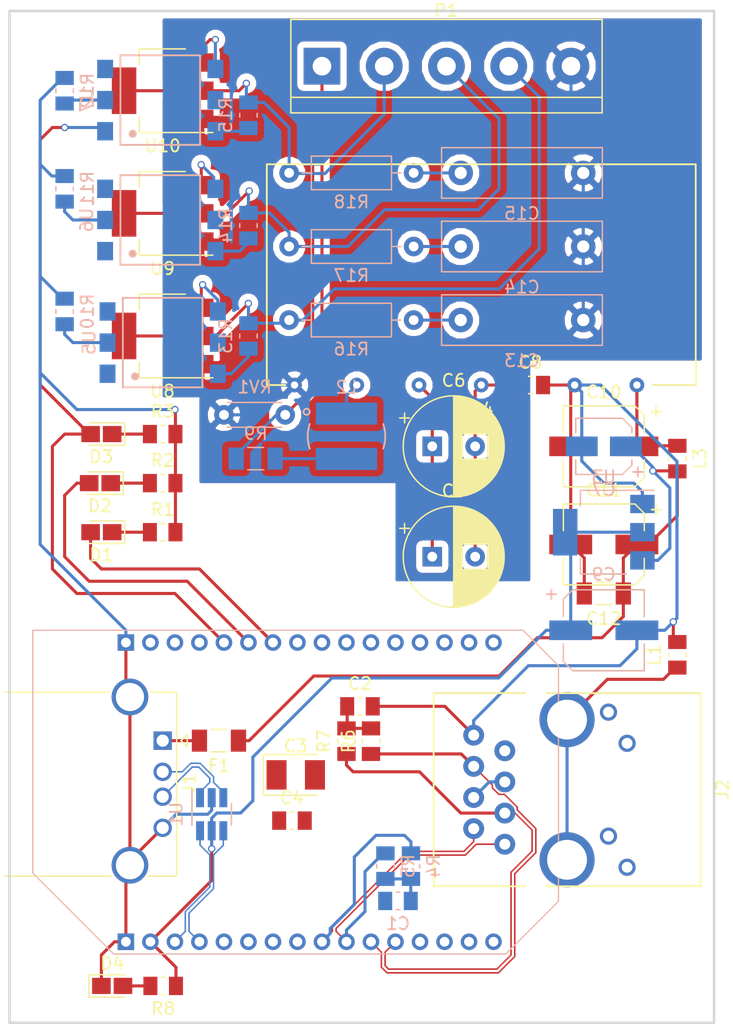
<source format=kicad_pcb>
(kicad_pcb (version 20171130) (host pcbnew no-vcs-found-104b606~61~ubuntu16.04.1)
  (layers (0 F.Cu signal) (31 B.Cu signal) (34 B.Paste user) (35 F.Paste user) (36 B.SilkS user) (37 F.SilkS user) (38 B.Mask user) (39 F.Mask user) (44 Edge.Cuts user))
  (net 0 "")
  (net 1 GND)
  (net 2 /RX+)
  (net 3 /RX-)
  (net 4 ETH_PWR)
  (net 5 /FuenteST/VO)
  (net 6 Nac)
  (net 7 "Net-(C13-Pad1)")
  (net 8 "Net-(C14-Pad1)")
  (net 9 CO)
  (net 10 VE)
  (net 11 Vac)
  (net 12 RE)
  (net 13 "Net-(U5-Pad4)")
  (net 14 "Net-(U6-Pad4)")
  (net 15 "Net-(U10-Pad3)")
  (net 16 "Net-(C5-Pad1)")
  (net 17 "Net-(C5-Pad2)")
  (net 18 +5V)
  (net 19 +3V3)
  (net 20 "Net-(C15-Pad1)")
  (net 21 "Net-(D1-Pad1)")
  (net 22 /OutTriac/Resistencia)
  (net 23 /OutTriac/Ventilador)
  (net 24 "Net-(D2-Pad1)")
  (net 25 "Net-(D3-Pad1)")
  (net 26 /OutTriac/Compresor)
  (net 27 "Net-(L2-Pad1)")
  (net 28 "Net-(L2-Pad2)")
  (net 29 "Net-(C2-Pad1)")
  (net 30 "Net-(R10-Pad1)")
  (net 31 "Net-(R11-Pad1)")
  (net 32 "Net-(R12-Pad1)")
  (net 33 "Net-(R13-Pad2)")
  (net 34 "Net-(R14-Pad2)")
  (net 35 "Net-(R15-Pad2)")
  (net 36 /TX+)
  (net 37 /TX-)
  (net 38 GNDREF)
  (net 39 /D-)
  (net 40 /D+)
  (net 41 /UD+)
  (net 42 /UD-)
  (net 43 "Net-(C1-Pad2)")
  (net 44 "Net-(D4-Pad2)")
  (net 45 "Net-(F1-Pad2)")
  (module Capacitor_SMD:C_1206_3216Metric_Pad1.24x1.80mm_HandSolder (layer F.Cu) (at 59.5925 82 180)
    (fp_text reference F1 (at 0 -2.05 180) (layer F.SilkS))
    (fp_text value 1.5A)
    (pad 1 smd rect (at -1.5925 0 180) (size 1.245 1.8) (layers F.Cu F.Paste F.Mask) (net 18 +5V))
    (pad 2 smd rect (at 1.5925 0 180) (size 1.245 1.8) (layers F.Cu F.Paste F.Mask) (net 45 "Net-(F1-Pad2)"))
  )
  (module Capacitor_THT:CP_Radial_D8.0mm_P3.50mm (layer F.Cu) (at 77 58)
    (fp_text reference C6 (at 1.75 -5.37) (layer F.SilkS))
    (fp_text value 4,7uF)
    (pad 1 thru_hole rect (at 0 0) (size 1.6 1.6) (drill 0.8) (layers *.Cu *.Mask) (net 16 "Net-(C5-Pad1)"))
    (pad 2 thru_hole circle (at 3.5 0) (size 1.6 1.6) (drill 0.8) (layers *.Cu *.Mask) (net 17 "Net-(C5-Pad2)"))
  )
  (module Capacitor_SMD:C_0805_2012Metric_Pad1.15x1.50mm_HandSolder (layer F.Cu) (at 85 53)
    (fp_text reference C8 (at 0 -1.85) (layer F.SilkS))
    (fp_text value 1nF)
    (pad 1 smd rect (at -1.0425 0) (size 1.145 1.5) (layers F.Cu F.Paste F.Mask) (net 17 "Net-(C5-Pad2)"))
    (pad 2 smd rect (at 1.0425 0) (size 1.145 1.5) (layers F.Cu F.Paste F.Mask) (net 1 GND))
  )
  (module Capacitor_SMD:CP_Elec_6.3x7.7 (layer F.Cu) (at 91 58 180)
    (fp_text reference C10 (at 0 4.43 180) (layer F.SilkS))
    (fp_text value 270uF)
    (fp_text user + (at -4.28 2.91 180) (layer F.SilkS))
    (pad 1 smd rect (at -2.7 0) (size 3.5 1.6) (layers F.Cu F.Paste F.Mask) (net 5 /FuenteST/VO))
    (pad 2 smd rect (at 2.7 0) (size 3.5 1.6) (layers F.Cu F.Paste F.Mask) (net 1 GND))
  )
  (module Capacitor_THT:C_Rect_L13.0mm_W4.0mm_P10.00mm_FKS3_FKP3_MKS4 (layer B.Cu) (at 79.321244 47.703214)
    (fp_text reference C13 (at 5 3.31) (layer B.SilkS) (effects (justify mirror)))
    (fp_text value 1nF)
    (pad 1 thru_hole circle (at 0 0) (size 2 2) (drill 1) (layers *.Cu *.Mask) (net 7 "Net-(C13-Pad1)"))
    (pad 2 thru_hole circle (at 10 0) (size 2 2) (drill 1) (layers *.Cu *.Mask) (net 6 Nac))
  )
  (module Capacitor_THT:C_Rect_L13.0mm_W4.0mm_P10.00mm_FKS3_FKP3_MKS4 (layer B.Cu) (at 79.321244 41.703214)
    (fp_text reference C14 (at 5 3.31) (layer B.SilkS) (effects (justify mirror)))
    (fp_text value 1nF)
    (pad 1 thru_hole circle (at 0 0) (size 2 2) (drill 1) (layers *.Cu *.Mask) (net 8 "Net-(C14-Pad1)"))
    (pad 2 thru_hole circle (at 10 0) (size 2 2) (drill 1) (layers *.Cu *.Mask) (net 6 Nac))
  )
  (module TerminalBlock:TerminalBlock_bornier-5_P5.08mm (layer F.Cu) (at 68 27)
    (fp_text reference P1 (at 10.15 -4.55) (layer F.SilkS))
    (fp_text value "POWER I/O")
    (pad 2 thru_hole circle (at 5.08 0) (size 3 3) (drill 1.52) (layers *.Cu *.Mask) (net 9 CO))
    (pad 3 thru_hole circle (at 10.16 0) (size 3 3) (drill 1.52) (layers *.Cu *.Mask) (net 12 RE))
    (pad 1 thru_hole rect (at 0 0) (size 3 3) (drill 1.52) (layers *.Cu *.Mask) (net 11 Vac))
    (pad 4 thru_hole circle (at 15.24 0) (size 3 3) (drill 1.52) (layers *.Cu *.Mask) (net 10 VE))
    (pad 5 thru_hole circle (at 20.32 0) (size 3 3) (drill 1.52) (layers *.Cu *.Mask) (net 6 Nac))
  )
  (module Resistor_SMD:R_0805_2012Metric_Pad1.15x1.50mm_HandSolder (layer F.Cu) (at 70 82.0425 90)
    (fp_text reference R7 (at 0 -1.85 90) (layer F.SilkS))
    (fp_text value 50R)
    (pad 2 smd rect (at 1.0425 0 90) (size 1.145 1.5) (layers F.Cu F.Paste F.Mask) (net 29 "Net-(C2-Pad1)"))
    (pad 1 smd rect (at -1.0425 0 90) (size 1.145 1.5) (layers F.Cu F.Paste F.Mask) (net 2 /RX+))
  )
  (module Resistor_SMD:R_0805_2012Metric_Pad1.15x1.50mm_HandSolder (layer F.Cu) (at 55.0425 102 180)
    (fp_text reference R8 (at 0 -1.85 180) (layer F.SilkS))
    (fp_text value 150R)
    (pad 1 smd rect (at -1.0425 0 180) (size 1.145 1.5) (layers F.Cu F.Paste F.Mask) (net 19 +3V3))
    (pad 2 smd rect (at 1.0425 0 180) (size 1.145 1.5) (layers F.Cu F.Paste F.Mask) (net 44 "Net-(D4-Pad2)"))
  )
  (module Resistor_SMD:R_0805_2012Metric_Pad1.15x1.50mm_HandSolder (layer B.Cu) (at 47 47 90)
    (fp_text reference R10 (at 0 1.85 90) (layer B.SilkS) (effects (justify mirror)))
    (fp_text value 330)
    (pad 1 smd rect (at -1.0425 0 90) (size 1.145 1.5) (layers B.Cu B.Paste B.Mask) (net 30 "Net-(R10-Pad1)"))
    (pad 2 smd rect (at 1.0425 0 90) (size 1.145 1.5) (layers B.Cu B.Paste B.Mask) (net 1 GND))
  )
  (module Resistor_SMD:R_0805_2012Metric_Pad1.15x1.50mm_HandSolder (layer B.Cu) (at 47 37 90)
    (fp_text reference R11 (at 0 1.85 90) (layer B.SilkS) (effects (justify mirror)))
    (fp_text value 330)
    (pad 1 smd rect (at -1.0425 0 90) (size 1.145 1.5) (layers B.Cu B.Paste B.Mask) (net 31 "Net-(R11-Pad1)"))
    (pad 2 smd rect (at 1.0425 0 90) (size 1.145 1.5) (layers B.Cu B.Paste B.Mask) (net 1 GND))
  )
  (module Resistor_SMD:R_0805_2012Metric_Pad1.15x1.50mm_HandSolder (layer B.Cu) (at 47 29 90)
    (fp_text reference R12 (at 0 1.85 90) (layer B.SilkS) (effects (justify mirror)))
    (fp_text value 330)
    (pad 2 smd rect (at 1.0425 0 90) (size 1.145 1.5) (layers B.Cu B.Paste B.Mask) (net 1 GND))
    (pad 1 smd rect (at -1.0425 0 90) (size 1.145 1.5) (layers B.Cu B.Paste B.Mask) (net 32 "Net-(R12-Pad1)"))
  )
  (module Capacitor_THT:C_Disc_D4.3mm_W1.9mm_P5.00mm (layer B.Cu) (at 65 55.43 180)
    (fp_text reference RV1 (at 2.5 2.26 180) (layer B.SilkS) (effects (justify mirror)))
    (fp_text value B72214S0351K101)
    (pad 1 thru_hole circle (at 0 0 180) (size 1.6 1.6) (drill 0.8) (layers *.Cu *.Mask) (net 11 Vac))
    (pad 2 thru_hole circle (at 5 0 180) (size 1.6 1.6) (drill 0.8) (layers *.Cu *.Mask) (net 6 Nac))
  )
  (module Devices_MSS:PBO-3-S5 (layer F.Cu) (at 81 53)
    (fp_text reference U4 (at 0 2) (layer F.SilkS))
    (fp_text value PBO-3-S5)
    (pad 1 thru_hole circle (at -15.24 0) (size 1.2 1.2) (drill 0.6) (layers *.Cu *.Mask) (net 6 Nac))
    (pad 3 thru_hole circle (at -10.16 0) (size 1.2 1.2) (drill 0.6) (layers *.Cu *.Mask) (net 28 "Net-(L2-Pad2)"))
    (pad 5 thru_hole circle (at -5.08 0) (size 1.2 1.2) (drill 0.6) (layers *.Cu *.Mask) (net 16 "Net-(C5-Pad1)"))
    (pad 7 thru_hole circle (at 0 0) (size 1.2 1.2) (drill 0.6) (layers *.Cu *.Mask) (net 17 "Net-(C5-Pad2)"))
    (pad 10 thru_hole circle (at 7.62 0) (size 1.2 1.2) (drill 0.6) (layers *.Cu *.Mask) (net 1 GND))
    (pad 12 thru_hole circle (at 12.7 0) (size 1.2 1.2) (drill 0.6) (layers *.Cu *.Mask) (net 5 /FuenteST/VO))
  )
  (module Devices_MSS:MOC306X (layer B.Cu) (at 55 49.54 90)
    (fp_text reference U5 (at 0 -6 90) (layer B.SilkS) (effects (justify mirror)))
    (fp_text value MOC3063S-TA1)
    (pad 6 smd rect (at -2.54 4.5 90) (size 1.5 1.3) (layers B.Cu B.Paste B.Mask) (net 33 "Net-(R13-Pad2)"))
    (pad 5 smd rect (at 0 4.5 90) (size 1.5 1.3) (layers B.Cu B.Paste B.Mask))
    (pad 4 smd rect (at 2.54 4.5 90) (size 1.5 1.3) (layers B.Cu B.Paste B.Mask) (net 13 "Net-(U5-Pad4)"))
    (pad 3 smd rect (at 2.54 -4.5 90) (size 1.5 1.3) (layers B.Cu B.Paste B.Mask))
    (pad 2 smd rect (at 0 -4.5 90) (size 1.5 1.3) (layers B.Cu B.Paste B.Mask) (net 30 "Net-(R10-Pad1)"))
    (pad 1 smd rect (at -2.54 -4.5 90) (size 1.5 1.3) (layers B.Cu B.Paste B.Mask) (net 23 /OutTriac/Ventilador))
  )
  (module Devices_MSS:MOC306X (layer B.Cu) (at 54.8025 39.54 90)
    (fp_text reference U6 (at 0 -6 90) (layer B.SilkS) (effects (justify mirror)))
    (fp_text value MOC3063S-TA1)
    (pad 1 smd rect (at -2.54 -4.5 90) (size 1.5 1.3) (layers B.Cu B.Paste B.Mask) (net 22 /OutTriac/Resistencia))
    (pad 2 smd rect (at 0 -4.5 90) (size 1.5 1.3) (layers B.Cu B.Paste B.Mask) (net 31 "Net-(R11-Pad1)"))
    (pad 3 smd rect (at 2.54 -4.5 90) (size 1.5 1.3) (layers B.Cu B.Paste B.Mask))
    (pad 4 smd rect (at 2.54 4.5 90) (size 1.5 1.3) (layers B.Cu B.Paste B.Mask) (net 14 "Net-(U6-Pad4)"))
    (pad 5 smd rect (at 0 4.5 90) (size 1.5 1.3) (layers B.Cu B.Paste B.Mask))
    (pad 6 smd rect (at -2.54 4.5 90) (size 1.5 1.3) (layers B.Cu B.Paste B.Mask) (net 34 "Net-(R14-Pad2)"))
  )
  (module Devices_MSS:MOC306X (layer B.Cu) (at 54.8025 29.764048 90)
    (fp_text reference U7 (at 0 -6 90) (layer B.SilkS) (effects (justify mirror)))
    (fp_text value MOC3063S-TA1)
    (pad 1 smd rect (at -2.54 -4.5 90) (size 1.5 1.3) (layers B.Cu B.Paste B.Mask) (net 26 /OutTriac/Compresor))
    (pad 2 smd rect (at 0 -4.5 90) (size 1.5 1.3) (layers B.Cu B.Paste B.Mask) (net 32 "Net-(R12-Pad1)"))
    (pad 3 smd rect (at 2.54 -4.5 90) (size 1.5 1.3) (layers B.Cu B.Paste B.Mask))
    (pad 4 smd rect (at 2.54 4.5 90) (size 1.5 1.3) (layers B.Cu B.Paste B.Mask) (net 15 "Net-(U10-Pad3)"))
    (pad 5 smd rect (at 0 4.5 90) (size 1.5 1.3) (layers B.Cu B.Paste B.Mask))
    (pad 6 smd rect (at -2.54 4.5 90) (size 1.5 1.3) (layers B.Cu B.Paste B.Mask) (net 35 "Net-(R15-Pad2)"))
  )
  (module Devices_MSS:SOT-223-Z01 (layer F.Cu) (at 55 49 180)
    (fp_text reference U8 (at 0 -4.5 180) (layer F.SilkS))
    (fp_text value "Z0103MN 5AA4")
    (pad 1 smd rect (at -3.15 -2.3 180) (size 2 1.5) (layers F.Cu F.Paste F.Mask) (net 6 Nac))
    (pad 3 smd rect (at -3.15 2.3 180) (size 2 1.5) (layers F.Cu F.Paste F.Mask) (net 13 "Net-(U5-Pad4)"))
    (pad 2 smd rect (at -3.15 0 180) (size 2 1.5) (layers F.Cu F.Paste F.Mask) (net 10 VE))
    (pad 2 smd rect (at 3.15 0 180) (size 2 3.8) (layers F.Cu F.Paste F.Mask) (net 10 VE))
  )
  (module Devices_MSS:SOT-223-Z01 (layer F.Cu) (at 55 39 180)
    (fp_text reference U9 (at 0 -4.5 180) (layer F.SilkS))
    (fp_text value "Z0103MN 5AA4")
    (pad 2 smd rect (at 3.15 0 180) (size 2 3.8) (layers F.Cu F.Paste F.Mask) (net 12 RE))
    (pad 2 smd rect (at -3.15 0 180) (size 2 1.5) (layers F.Cu F.Paste F.Mask) (net 12 RE))
    (pad 3 smd rect (at -3.15 2.3 180) (size 2 1.5) (layers F.Cu F.Paste F.Mask) (net 14 "Net-(U6-Pad4)"))
    (pad 1 smd rect (at -3.15 -2.3 180) (size 2 1.5) (layers F.Cu F.Paste F.Mask) (net 6 Nac))
  )
  (module Devices_MSS:SOT-223-Z01 (layer F.Cu) (at 55 29 180)
    (fp_text reference U10 (at 0 -4.5 180) (layer F.SilkS))
    (fp_text value "Z0103MN 5AA4")
    (pad 2 smd rect (at 3.15 0 180) (size 2 3.8) (layers F.Cu F.Paste F.Mask) (net 9 CO))
    (pad 2 smd rect (at -3.15 0 180) (size 2 1.5) (layers F.Cu F.Paste F.Mask) (net 9 CO))
    (pad 3 smd rect (at -3.15 2.3 180) (size 2 1.5) (layers F.Cu F.Paste F.Mask) (net 15 "Net-(U10-Pad3)"))
    (pad 1 smd rect (at -3.15 -2.3 180) (size 2 1.5) (layers F.Cu F.Paste F.Mask) (net 6 Nac))
  )
  (module Capacitor_Tantalum_SMD:CP_EIA-3528-12_Kemet-T_Pad1.63x2.40mm_HandSolder (layer F.Cu) (at 65.86 84.79)
    (fp_text reference C3 (at 0 -2.35) (layer F.SilkS))
    (fp_text value 47uF)
    (pad 1 smd rect (at -1.5675 0) (size 1.635 2.4) (layers F.Cu F.Paste F.Mask) (net 4 ETH_PWR))
    (pad 2 smd rect (at 1.5675 0) (size 1.635 2.4) (layers F.Cu F.Paste F.Mask) (net 1 GND))
  )
  (module Capacitor_THT:CP_Radial_D8.0mm_P3.50mm (layer F.Cu) (at 77 67)
    (fp_text reference C5 (at 1.75 -5.37) (layer F.SilkS))
    (fp_text value 4,7uF)
    (pad 1 thru_hole rect (at 0 0) (size 1.6 1.6) (drill 0.8) (layers *.Cu *.Mask) (net 16 "Net-(C5-Pad1)"))
    (pad 2 thru_hole circle (at 3.5 0) (size 1.6 1.6) (drill 0.8) (layers *.Cu *.Mask) (net 17 "Net-(C5-Pad2)"))
  )
  (module Capacitor_THT:C_Rect_L13.0mm_W4.0mm_P10.00mm_FKS3_FKP3_MKS4 (layer B.Cu) (at 79.321244 35.703214)
    (fp_text reference C15 (at 5 3.31) (layer B.SilkS) (effects (justify mirror)))
    (fp_text value 1nF)
    (pad 1 thru_hole circle (at 0 0) (size 2 2) (drill 1) (layers *.Cu *.Mask) (net 20 "Net-(C15-Pad1)"))
    (pad 2 thru_hole circle (at 10 0) (size 2 2) (drill 1) (layers *.Cu *.Mask) (net 6 Nac))
  )
  (module LED_SMD:LED_0805_2012Metric_Castellated (layer F.Cu) (at 50 65 180)
    (fp_text reference D1 (at 0 -1.85 180) (layer F.SilkS))
    (fp_text value LED)
    (pad 1 smd rect (at -0.88 0 180) (size 1.52 1.32) (layers F.Cu F.Paste F.Mask) (net 21 "Net-(D1-Pad1)"))
    (pad 2 smd rect (at 0.88 0 180) (size 1.52 1.32) (layers F.Cu F.Paste F.Mask) (net 22 /OutTriac/Resistencia))
  )
  (module LED_SMD:LED_0805_2012Metric_Castellated (layer F.Cu) (at 49.88 61 180)
    (fp_text reference D2 (at 0 -1.85 180) (layer F.SilkS))
    (fp_text value LED)
    (pad 2 smd rect (at 0.88 0 180) (size 1.52 1.32) (layers F.Cu F.Paste F.Mask) (net 23 /OutTriac/Ventilador))
    (pad 1 smd rect (at -0.88 0 180) (size 1.52 1.32) (layers F.Cu F.Paste F.Mask) (net 24 "Net-(D2-Pad1)"))
  )
  (module LED_SMD:LED_0805_2012Metric_Castellated (layer F.Cu) (at 50 57 180)
    (fp_text reference D3 (at 0 -1.85 180) (layer F.SilkS))
    (fp_text value LED)
    (pad 1 smd rect (at -0.88 0 180) (size 1.52 1.32) (layers F.Cu F.Paste F.Mask) (net 25 "Net-(D3-Pad1)"))
    (pad 2 smd rect (at 0.88 0 180) (size 1.52 1.32) (layers F.Cu F.Paste F.Mask) (net 26 /OutTriac/Compresor))
  )
  (module Inductor_SMD:L_0805_2012Metric_Pad1.15x1.50mm_HandSolder (layer F.Cu) (at 97 59 270)
    (fp_text reference L3 (at 0 -1.85 270) (layer F.SilkS))
    (fp_text value 74479776247)
    (pad 1 smd rect (at -1.0425 0 270) (size 1.145 1.5) (layers F.Cu F.Paste F.Mask) (net 5 /FuenteST/VO))
    (pad 2 smd rect (at 1.0425 0 270) (size 1.145 1.5) (layers F.Cu F.Paste F.Mask) (net 18 +5V))
  )
  (module Resistor_SMD:R_0805_2012Metric_Pad1.15x1.50mm_HandSolder (layer F.Cu) (at 55 65)
    (fp_text reference R1 (at 0 -1.85) (layer F.SilkS))
    (fp_text value 220)
    (pad 2 smd rect (at 1.0425 0) (size 1.145 1.5) (layers F.Cu F.Paste F.Mask) (net 1 GND))
    (pad 1 smd rect (at -1.0425 0) (size 1.145 1.5) (layers F.Cu F.Paste F.Mask) (net 21 "Net-(D1-Pad1)"))
  )
  (module Resistor_SMD:R_0805_2012Metric_Pad1.15x1.50mm_HandSolder (layer F.Cu) (at 55 61)
    (fp_text reference R2 (at 0 -1.85) (layer F.SilkS))
    (fp_text value 220)
    (pad 1 smd rect (at -1.0425 0) (size 1.145 1.5) (layers F.Cu F.Paste F.Mask) (net 24 "Net-(D2-Pad1)"))
    (pad 2 smd rect (at 1.0425 0) (size 1.145 1.5) (layers F.Cu F.Paste F.Mask) (net 1 GND))
  )
  (module Resistor_SMD:R_0805_2012Metric_Pad1.15x1.50mm_HandSolder (layer F.Cu) (at 55 57)
    (fp_text reference R3 (at 0 -1.85) (layer F.SilkS))
    (fp_text value 220)
    (pad 1 smd rect (at -1.0425 0) (size 1.145 1.5) (layers F.Cu F.Paste F.Mask) (net 25 "Net-(D3-Pad1)"))
    (pad 2 smd rect (at 1.0425 0) (size 1.145 1.5) (layers F.Cu F.Paste F.Mask) (net 1 GND))
  )
  (module Resistor_THT:R_Axial_DIN0207_L6.3mm_D2.5mm_P10.16mm_Horizontal (layer B.Cu) (at 65.321244 47.703214)
    (fp_text reference R16 (at 5.08 2.37) (layer B.SilkS) (effects (justify mirror)))
    (fp_text value 33)
    (pad 2 thru_hole oval (at 10.16 0) (size 1.6 1.6) (drill 0.8) (layers *.Cu *.Mask) (net 7 "Net-(C13-Pad1)"))
    (pad 1 thru_hole circle (at 0 0) (size 1.6 1.6) (drill 0.8) (layers *.Cu *.Mask) (net 10 VE))
  )
  (module Resistor_THT:R_Axial_DIN0207_L6.3mm_D2.5mm_P10.16mm_Horizontal (layer B.Cu) (at 65.321244 41.703214)
    (fp_text reference R17 (at 5.08 2.37) (layer B.SilkS) (effects (justify mirror)))
    (fp_text value 100)
    (pad 1 thru_hole circle (at 0 0) (size 1.6 1.6) (drill 0.8) (layers *.Cu *.Mask) (net 12 RE))
    (pad 2 thru_hole oval (at 10.16 0) (size 1.6 1.6) (drill 0.8) (layers *.Cu *.Mask) (net 8 "Net-(C14-Pad1)"))
  )
  (module Resistor_THT:R_Axial_DIN0207_L6.3mm_D2.5mm_P10.16mm_Horizontal (layer B.Cu) (at 65.321244 35.703214)
    (fp_text reference R18 (at 5.08 2.37) (layer B.SilkS) (effects (justify mirror)))
    (fp_text value 33)
    (pad 1 thru_hole circle (at 0 0) (size 1.6 1.6) (drill 0.8) (layers *.Cu *.Mask) (net 9 CO))
    (pad 2 thru_hole oval (at 10.16 0) (size 1.6 1.6) (drill 0.8) (layers *.Cu *.Mask) (net 20 "Net-(C15-Pad1)"))
  )
  (module Capacitor_SMD:CP_Elec_6.3x7.7 (layer F.Cu) (at 91 66 180)
    (fp_text reference C11 (at 0 4.43 180) (layer F.SilkS))
    (fp_text value 68uF)
    (fp_text user + (at -4.28 2.91 180) (layer F.SilkS))
    (pad 1 smd rect (at -2.7 0) (size 3.5 1.6) (layers F.Cu F.Paste F.Mask) (net 18 +5V))
    (pad 2 smd rect (at 2.7 0) (size 3.5 1.6) (layers F.Cu F.Paste F.Mask) (net 1 GND))
  )
  (module Capacitor_SMD:C_1206_3216Metric_Pad1.24x1.80mm_HandSolder (layer F.Cu) (at 91 70 180)
    (fp_text reference C12 (at 0 -2.05 180) (layer F.SilkS))
    (fp_text value 100nF)
    (pad 1 smd rect (at -1.5925 0 180) (size 1.245 1.8) (layers F.Cu F.Paste F.Mask) (net 18 +5V))
    (pad 2 smd rect (at 1.5925 0 180) (size 1.245 1.8) (layers F.Cu F.Paste F.Mask) (net 1 GND))
  )
  (module Inductor_SMD:L_0805_2012Metric_Pad1.15x1.50mm_HandSolder (layer F.Cu) (at 97 75 90)
    (fp_text reference L1 (at 0 -1.85 90) (layer F.SilkS))
    (fp_text value 220@100MHz)
    (pad 1 smd rect (at -1.0425 0 90) (size 1.145 1.5) (layers F.Cu F.Paste F.Mask) (net 38 GNDREF))
    (pad 2 smd rect (at 1.0425 0 90) (size 1.145 1.5) (layers F.Cu F.Paste F.Mask) (net 1 GND))
  )
  (module Devices_MSS:SDR0503-XXX (layer B.Cu) (at 70 57.18)
    (fp_text reference L2 (at 0 -4) (layer B.SilkS) (effects (justify mirror)))
    (fp_text value SDR0503-472JL)
    (pad 1 smd rect (at 0 1.85) (size 5 1.8) (layers B.Cu B.Paste B.Mask) (net 27 "Net-(L2-Pad1)"))
    (pad 2 smd rect (at 0 -1.85) (size 5 1.8) (layers B.Cu B.Paste B.Mask) (net 28 "Net-(L2-Pad2)"))
  )
  (module Resistor_SMD:R_1206_3216Metric_Pad1.24x1.80mm_HandSolder (layer B.Cu) (at 62.5925 59 180)
    (fp_text reference R9 (at 0 2.05 180) (layer B.SilkS) (effects (justify mirror)))
    (fp_text value 300k)
    (pad 1 smd rect (at -1.5925 0 180) (size 1.245 1.8) (layers B.Cu B.Paste B.Mask) (net 27 "Net-(L2-Pad1)"))
    (pad 2 smd rect (at 1.5925 0 180) (size 1.245 1.8) (layers B.Cu B.Paste B.Mask) (net 11 Vac))
  )
  (module Resistor_SMD:R_0805_2012Metric_Pad1.15x1.50mm_HandSolder (layer B.Cu) (at 62 49 270)
    (fp_text reference R13 (at 0 1.85 270) (layer B.SilkS) (effects (justify mirror)))
    (fp_text value 330)
    (pad 2 smd rect (at 1.0425 0 270) (size 1.145 1.5) (layers B.Cu B.Paste B.Mask) (net 33 "Net-(R13-Pad2)"))
    (pad 1 smd rect (at -1.0425 0 270) (size 1.145 1.5) (layers B.Cu B.Paste B.Mask) (net 10 VE))
  )
  (module Resistor_SMD:R_0805_2012Metric_Pad1.15x1.50mm_HandSolder (layer B.Cu) (at 62 40 270)
    (fp_text reference R14 (at 0 1.85 270) (layer B.SilkS) (effects (justify mirror)))
    (fp_text value 330)
    (pad 1 smd rect (at -1.0425 0 270) (size 1.145 1.5) (layers B.Cu B.Paste B.Mask) (net 12 RE))
    (pad 2 smd rect (at 1.0425 0 270) (size 1.145 1.5) (layers B.Cu B.Paste B.Mask) (net 34 "Net-(R14-Pad2)"))
  )
  (module Resistor_SMD:R_0805_2012Metric_Pad1.15x1.50mm_HandSolder (layer B.Cu) (at 62 31 270)
    (fp_text reference R15 (at 0 1.85 270) (layer B.SilkS) (effects (justify mirror)))
    (fp_text value 330)
    (pad 1 smd rect (at -1.0425 0 270) (size 1.145 1.5) (layers B.Cu B.Paste B.Mask) (net 9 CO))
    (pad 2 smd rect (at 1.0425 0 270) (size 1.145 1.5) (layers B.Cu B.Paste B.Mask) (net 35 "Net-(R15-Pad2)"))
  )
  (module Devices_MSS:OMEGA_2 (layer B.Cu) (at 52 74 270)
    (fp_text reference U2)
    (fp_text value OMEGA_2)
    (pad 17 thru_hole oval (at 24.4 -30 270) (size 1.35 1.35) (drill 0.8) (layers *.Cu *.Mask))
    (pad 18 thru_hole oval (at 24.4 -28 270) (size 1.35 1.35) (drill 0.8) (layers *.Cu *.Mask))
    (pad 19 thru_hole oval (at 24.4 -26 270) (size 1.35 1.35) (drill 0.8) (layers *.Cu *.Mask))
    (pad 20 thru_hole oval (at 24.4 -24 270) (size 1.35 1.35) (drill 0.8) (layers *.Cu *.Mask))
    (pad 21 thru_hole oval (at 24.4 -22 270) (size 1.35 1.35) (drill 0.8) (layers *.Cu *.Mask) (net 2 /RX+))
    (pad 22 thru_hole oval (at 24.4 -20 270) (size 1.35 1.35) (drill 0.8) (layers *.Cu *.Mask) (net 3 /RX-))
    (pad 23 thru_hole oval (at 24.4 -18 270) (size 1.35 1.35) (drill 0.8) (layers *.Cu *.Mask) (net 36 /TX+))
    (pad 24 thru_hole oval (at 24.4 -16 270) (size 1.35 1.35) (drill 0.8) (layers *.Cu *.Mask) (net 37 /TX-))
    (pad 25 thru_hole oval (at 24.4 -14 270) (size 1.35 1.35) (drill 0.8) (layers *.Cu *.Mask) (net 4 ETH_PWR))
    (pad 26 thru_hole oval (at 24.4 -12 270) (size 1.35 1.35) (drill 0.8) (layers *.Cu *.Mask))
    (pad 27 thru_hole oval (at 24.4 -10 270) (size 1.35 1.35) (drill 0.8) (layers *.Cu *.Mask))
    (pad 28 thru_hole oval (at 24.4 -8 270) (size 1.35 1.35) (drill 0.8) (layers *.Cu *.Mask))
    (pad 29 thru_hole oval (at 24.4 -6 270) (size 1.35 1.35) (drill 0.8) (layers *.Cu *.Mask) (net 39 /D-))
    (pad 30 thru_hole oval (at 24.4 -4 270) (size 1.35 1.35) (drill 0.8) (layers *.Cu *.Mask) (net 40 /D+))
    (pad 31 thru_hole oval (at 24.4 -2 270) (size 1.35 1.35) (drill 0.8) (layers *.Cu *.Mask) (net 19 +3V3))
    (pad 32 thru_hole rect (at 24.4 0 270) (size 1.35 1.35) (drill 0.8) (layers *.Cu *.Mask) (net 1 GND))
    (pad 1 thru_hole rect (at 0 0 270) (size 1.35 1.35) (drill 0.8) (layers *.Cu *.Mask) (net 1 GND))
    (pad 2 thru_hole oval (at 0 -2 270) (size 1.35 1.35) (drill 0.8) (layers *.Cu *.Mask))
    (pad 3 thru_hole oval (at 0 -4 270) (size 1.35 1.35) (drill 0.8) (layers *.Cu *.Mask))
    (pad 4 thru_hole oval (at 0 -6 270) (size 1.35 1.35) (drill 0.8) (layers *.Cu *.Mask))
    (pad 5 thru_hole oval (at 0 -8 270) (size 1.35 1.35) (drill 0.8) (layers *.Cu *.Mask) (net 26 /OutTriac/Compresor))
    (pad 6 thru_hole oval (at 0 -10 270) (size 1.35 1.35) (drill 0.8) (layers *.Cu *.Mask) (net 23 /OutTriac/Ventilador))
    (pad 7 thru_hole oval (at 0 -12 270) (size 1.35 1.35) (drill 0.8) (layers *.Cu *.Mask) (net 22 /OutTriac/Resistencia))
    (pad 8 thru_hole oval (at 0 -14 270) (size 1.35 1.35) (drill 0.8) (layers *.Cu *.Mask))
    (pad 9 thru_hole oval (at 0 -16 270) (size 1.35 1.35) (drill 0.8) (layers *.Cu *.Mask))
    (pad 10 thru_hole oval (at 0 -18 270) (size 1.35 1.35) (drill 0.8) (layers *.Cu *.Mask))
    (pad 11 thru_hole oval (at 0 -20 270) (size 1.35 1.35) (drill 0.8) (layers *.Cu *.Mask))
    (pad 12 thru_hole oval (at 0 -22 270) (size 1.35 1.35) (drill 0.8) (layers *.Cu *.Mask))
    (pad 13 thru_hole oval (at 0 -24 270) (size 1.35 1.35) (drill 0.8) (layers *.Cu *.Mask))
    (pad 14 thru_hole oval (at 0 -26 270) (size 1.35 1.35) (drill 0.8) (layers *.Cu *.Mask))
    (pad 15 thru_hole oval (at 0 -28 270) (size 1.35 1.35) (drill 0.8) (layers *.Cu *.Mask))
    (pad 16 thru_hole oval (at 0 -30 270) (size 1.35 1.35) (drill 0.8) (layers *.Cu *.Mask))
  )
  (module Devices_MSS:RJMG1B (layer F.Cu) (at 88 86 90)
    (fp_text reference J2 (at 0 12.7 90) (layer F.SilkS))
    (fp_text value RJMG1BD3B8K1ANR)
    (pad 1 thru_hole circle (at -4.445 -5.08 90) (size 1.7 1.7) (drill 0.9) (layers *.Cu *.Mask) (net 36 /TX+))
    (pad 2 thru_hole circle (at -3.175 -7.62 90) (size 1.7 1.7) (drill 0.9) (layers *.Cu *.Mask) (net 37 /TX-))
    (pad 3 thru_hole circle (at -1.905 -5.08 90) (size 1.7 1.7) (drill 0.9) (layers *.Cu *.Mask) (net 2 /RX+))
    (pad 4 thru_hole circle (at -0.635 -7.62 90) (size 1.7 1.7) (drill 0.9) (layers *.Cu *.Mask) (net 4 ETH_PWR))
    (pad 5 thru_hole circle (at 0.635 -5.08 90) (size 1.7 1.7) (drill 0.9) (layers *.Cu *.Mask) (net 4 ETH_PWR))
    (pad 6 thru_hole circle (at 1.905 -7.62 90) (size 1.7 1.7) (drill 0.9) (layers *.Cu *.Mask) (net 3 /RX-))
    (pad 7 thru_hole circle (at 3.175 -5.08 90) (size 1.7 1.7) (drill 0.9) (layers *.Cu *.Mask))
    (pad 8 thru_hole circle (at 4.445 -7.62 90) (size 1.7 1.7) (drill 0.9) (layers *.Cu *.Mask) (net 1 GND))
    (pad SH thru_hole circle (at -5.715 0 90) (size 4.5 4.5) (drill 3.25) (layers *.Cu *.Mask) (net 38 GNDREF))
    (pad SH thru_hole circle (at 5.715 0 90) (size 4.5 4.5) (drill 3.25) (layers *.Cu *.Mask) (net 38 GNDREF))
    (pad "" np_thru_hole circle (at 7.875 -2.54 90) (size 1.6 1.6) (drill 1.6) (layers *.Cu *.Mask))
    (pad "" np_thru_hole circle (at -7.875 -2.54 90) (size 1.6 1.6) (drill 1.6) (layers *.Cu *.Mask))
    (pad L1 thru_hole circle (at 6.325 3.38 90) (size 1.4 1.4) (drill 0.89) (layers *.Cu *.Mask))
    (pad L2 thru_hole circle (at 3.785 4.9 90) (size 1.4 1.4) (drill 0.89) (layers *.Cu *.Mask))
    (pad L3 thru_hole circle (at -3.785 3.38 90) (size 1.4 1.4) (drill 0.89) (layers *.Cu *.Mask))
    (pad L4 thru_hole circle (at -6.325 4.9 90) (size 1.4 1.4) (drill 0.89) (layers *.Cu *.Mask))
  )
  (module Package_TO_SOT_SMD:SOT-223 (layer B.Cu) (at 91 65 180)
    (fp_text reference U3 (at 0 4.5 180) (layer B.SilkS) (effects (justify mirror)))
    (fp_text value AP111733)
    (pad 4 smd rect (at 3.15 0 180) (size 2 3.8) (layers B.Cu B.Paste B.Mask) (net 19 +3V3))
    (pad 2 smd rect (at -3.15 0 180) (size 2 1.5) (layers B.Cu B.Paste B.Mask) (net 19 +3V3))
    (pad 3 smd rect (at -3.15 -2.3 180) (size 2 1.5) (layers B.Cu B.Paste B.Mask) (net 18 +5V))
    (pad 1 smd rect (at -3.15 2.3 180) (size 2 1.5) (layers B.Cu B.Paste B.Mask) (net 1 GND))
  )
  (module Package_TO_SOT_SMD:SOT-23-6_Handsoldering (layer B.Cu) (at 59 88 270)
    (fp_text reference U1 (at 0 2.9 270) (layer B.SilkS) (effects (justify mirror)))
    (fp_text value USBLC6-2)
    (pad 1 smd rect (at -1.35 0.95 270) (size 1.56 0.65) (layers B.Cu B.Paste B.Mask) (net 41 /UD+))
    (pad 2 smd rect (at -1.35 0 270) (size 1.56 0.65) (layers B.Cu B.Paste B.Mask) (net 1 GND))
    (pad 3 smd rect (at -1.35 -0.95 270) (size 1.56 0.65) (layers B.Cu B.Paste B.Mask) (net 42 /UD-))
    (pad 4 smd rect (at 1.35 -0.95 270) (size 1.56 0.65) (layers B.Cu B.Paste B.Mask) (net 39 /D-))
    (pad 6 smd rect (at 1.35 0.95 270) (size 1.56 0.65) (layers B.Cu B.Paste B.Mask) (net 40 /D+))
    (pad 5 smd rect (at 1.35 0 270) (size 1.56 0.65) (layers B.Cu B.Paste B.Mask) (net 19 +3V3))
  )
  (module Connector_USB:USB_A_Horizontal (layer F.Cu) (at 55 82 270)
    (fp_text reference J1 (at 3.5 -2.15 270) (layer F.SilkS))
    (fp_text value USB_A)
    (pad 4 thru_hole circle (at 7.11 0 180) (size 1.5 1.5) (drill 1) (layers *.Cu *.Mask) (net 1 GND))
    (pad 3 thru_hole circle (at 4.57 0 180) (size 1.5 1.5) (drill 1) (layers *.Cu *.Mask) (net 41 /UD+))
    (pad 2 thru_hole circle (at 2.54 0 180) (size 1.5 1.5) (drill 1) (layers *.Cu *.Mask) (net 42 /UD-))
    (pad 1 thru_hole rect (at 0 0 180) (size 1.5 1.5) (drill 1) (layers *.Cu *.Mask) (net 45 "Net-(F1-Pad2)"))
    (pad 5 thru_hole circle (at 10.16 2.67 180) (size 3 3) (drill 2.3) (layers *.Cu *.Mask) (net 1 GND))
    (pad 5 thru_hole circle (at -3.56 2.67 180) (size 3 3) (drill 2.3) (layers *.Cu *.Mask) (net 1 GND))
  )
  (module Resistor_SMD:R_0805_2012Metric_Pad1.15x1.50mm_HandSolder (layer B.Cu) (at 75.262516 92.233097 90)
    (fp_text reference R4 (at 0 1.85 90) (layer B.SilkS) (effects (justify mirror)))
    (fp_text value 50R)
    (pad 2 smd rect (at 1.0425 0 90) (size 1.145 1.5) (layers B.Cu B.Paste B.Mask) (net 37 /TX-))
    (pad 1 smd rect (at -1.0425 0 90) (size 1.145 1.5) (layers B.Cu B.Paste B.Mask) (net 43 "Net-(C1-Pad2)"))
  )
  (module Resistor_SMD:R_0805_2012Metric_Pad1.15x1.50mm_HandSolder (layer B.Cu) (at 73.177516 92.233097 90)
    (fp_text reference R5 (at 0 1.85 90) (layer B.SilkS) (effects (justify mirror)))
    (fp_text value 50R)
    (pad 1 smd rect (at -1.0425 0 90) (size 1.145 1.5) (layers B.Cu B.Paste B.Mask) (net 43 "Net-(C1-Pad2)"))
    (pad 2 smd rect (at 1.0425 0 90) (size 1.145 1.5) (layers B.Cu B.Paste B.Mask) (net 36 /TX+))
  )
  (module LED_SMD:LED_0805_2012Metric_Castellated (layer F.Cu) (at 50.88 102)
    (fp_text reference D4 (at 0 -1.85) (layer F.SilkS))
    (fp_text value PWR)
    (pad 1 smd rect (at -0.88 0) (size 1.52 1.32) (layers F.Cu F.Paste F.Mask) (net 1 GND))
    (pad 2 smd rect (at 0.88 0) (size 1.52 1.32) (layers F.Cu F.Paste F.Mask) (net 44 "Net-(D4-Pad2)"))
  )
  (module Capacitor_SMD:C_0805_2012Metric_Pad1.15x1.50mm_HandSolder (layer B.Cu) (at 74.202516 95.070597)
    (fp_text reference C1 (at 0 1.85) (layer B.SilkS) (effects (justify mirror)))
    (fp_text value 100nF)
    (pad 2 smd rect (at 1.0425 0) (size 1.145 1.5) (layers B.Cu B.Paste B.Mask) (net 43 "Net-(C1-Pad2)"))
    (pad 1 smd rect (at -1.0425 0) (size 1.145 1.5) (layers B.Cu B.Paste B.Mask) (net 1 GND))
  )
  (module Capacitor_SMD:C_0805_2012Metric_Pad1.15x1.50mm_HandSolder (layer F.Cu) (at 71.1 79.2)
    (fp_text reference C2 (at 0 -1.85) (layer F.SilkS))
    (fp_text value 100nF)
    (pad 1 smd rect (at -1.0425 0) (size 1.145 1.5) (layers F.Cu F.Paste F.Mask) (net 29 "Net-(C2-Pad1)"))
    (pad 2 smd rect (at 1.0425 0) (size 1.145 1.5) (layers F.Cu F.Paste F.Mask) (net 1 GND))
  )
  (module Capacitor_SMD:C_0805_2012Metric_Pad1.15x1.50mm_HandSolder (layer F.Cu) (at 65.55 88.52)
    (fp_text reference C4 (at 0 -1.85) (layer F.SilkS))
    (fp_text value 1nF)
    (pad 1 smd rect (at -1.0425 0) (size 1.145 1.5) (layers F.Cu F.Paste F.Mask) (net 4 ETH_PWR))
    (pad 2 smd rect (at 1.0425 0) (size 1.145 1.5) (layers F.Cu F.Paste F.Mask) (net 1 GND))
  )
  (module Resistor_SMD:R_0805_2012Metric_Pad1.15x1.50mm_HandSolder (layer F.Cu) (at 72 82.0425 90)
    (fp_text reference R6 (at 0 -1.85 90) (layer F.SilkS))
    (fp_text value 50R)
    (pad 1 smd rect (at -1.0425 0 90) (size 1.145 1.5) (layers F.Cu F.Paste F.Mask) (net 3 /RX-))
    (pad 2 smd rect (at 1.0425 0 90) (size 1.145 1.5) (layers F.Cu F.Paste F.Mask) (net 29 "Net-(C2-Pad1)"))
  )
  (module Capacitor_SMD:CP_Elec_4x5.3 (layer B.Cu) (at 91 58 180)
    (fp_text reference C7 (at 0 -3.54 180) (layer B.SilkS) (effects (justify mirror)))
    (fp_text value 10uF)
    (fp_text user + (at -2.77 -2.01 180) (layer B.SilkS) (effects (justify mirror)))
    (pad 1 smd rect (at -1.8 0) (size 2.6 1.6) (layers B.Cu B.Paste B.Mask) (net 18 +5V))
    (pad 2 smd rect (at 1.8 0) (size 2.6 1.6) (layers B.Cu B.Paste B.Mask) (net 1 GND))
  )
  (module Capacitor_SMD:CP_Elec_6.3x5.3 (layer B.Cu) (at 91 73)
    (fp_text reference C9 (at 0 -4.56) (layer B.SilkS) (effects (justify mirror)))
    (fp_text value 100uF)
    (fp_text user + (at -4.28 -3.01) (layer B.SilkS) (effects (justify mirror)))
    (pad 1 smd rect (at -2.7 0 180) (size 3.5 1.6) (layers B.Cu B.Paste B.Mask) (net 19 +3V3))
    (pad 2 smd rect (at 2.7 0 180) (size 3.5 1.6) (layers B.Cu B.Paste B.Mask) (net 1 GND))
  )
  (gr_line (start 42.5 22.5) (end 45 22.5) (layer Edge.Cuts) (width 0.2))
  (gr_line (start 42.5 105) (end 42.5 22.5) (layer Edge.Cuts) (width 0.2))
  (gr_line (start 45 105) (end 42.5 105) (layer Edge.Cuts) (width 0.2))
  (gr_line (start 100 105) (end 45 105) (layer Edge.Cuts) (width 0.2))
  (gr_line (start 100 22.5) (end 100 105) (layer Edge.Cuts) (width 0.2))
  (gr_line (start 45 22.5) (end 100 22.5) (layer Edge.Cuts) (width 0.2))
  (segment (start 52 73) (end 45 66) (width 0.25) (layer B.Cu) (net 1))
  (segment (start 45 66) (end 45 52) (width 0.25) (layer B.Cu) (net 1))
  (segment (start 52 74) (end 52 73) (width 0.25) (layer B.Cu) (net 1))
  (segment (start 48 55) (end 45 52) (width 0.25) (layer B.Cu) (net 1))
  (segment (start 45 52) (end 45 44.135) (width 0.25) (layer B.Cu) (net 1))
  (segment (start 56 55) (end 48 55) (width 0.25) (layer B.Cu) (net 1))
  (segment (start 56.0425 57) (end 56.0425 55.0425) (width 0.25) (layer F.Cu) (net 1))
  (segment (start 56.0425 55.0425) (end 56 55) (width 0.25) (layer F.Cu) (net 1))
  (via (at 56 55) (size 0.6) (drill 0.4) (layers F.Cu B.Cu) (net 1))
  (segment (start 45 44.135) (end 45 35) (width 0.25) (layer B.Cu) (net 1))
  (segment (start 47 45.9575) (end 46.8225 45.9575) (width 0.25) (layer B.Cu) (net 1))
  (segment (start 46.8225 45.9575) (end 45 44.135) (width 0.25) (layer B.Cu) (net 1))
  (segment (start 45 35) (end 45.9575 35.9575) (width 0.25) (layer B.Cu) (net 1))
  (segment (start 45.9575 35.9575) (end 47 35.9575) (width 0.25) (layer B.Cu) (net 1))
  (segment (start 45 29.78) (end 45 35) (width 0.25) (layer B.Cu) (net 1))
  (segment (start 47 27.9575) (end 46.8225 27.9575) (width 0.25) (layer B.Cu) (net 1))
  (segment (start 46.8225 27.9575) (end 45 29.78) (width 0.25) (layer B.Cu) (net 1))
  (segment (start 56.0425 61) (end 56.0425 65) (width 0.25) (layer F.Cu) (net 1))
  (segment (start 56.0425 57) (end 56.0425 61) (width 0.25) (layer F.Cu) (net 1))
  (segment (start 72.1425 79.2) (end 78.025 79.2) (width 0.25) (layer F.Cu) (net 1))
  (segment (start 78.025 79.2) (end 80.38 81.555) (width 0.25) (layer F.Cu) (net 1))
  (segment (start 96.969999 59.229999) (end 90.74 53) (width 0.25) (layer B.Cu) (net 1))
  (segment (start 90.74 53) (end 88.62 53) (width 0.25) (layer B.Cu) (net 1))
  (segment (start 96.67 72.31) (end 96.969999 72.010001) (width 0.25) (layer B.Cu) (net 1))
  (segment (start 96.969999 72.010001) (end 96.969999 59.229999) (width 0.25) (layer B.Cu) (net 1))
  (segment (start 84.842919 75.89) (end 92.32 75.89) (width 0.25) (layer B.Cu) (net 1))
  (segment (start 92.32 75.89) (end 93.7 74.51) (width 0.25) (layer B.Cu) (net 1))
  (segment (start 80.38 80.352919) (end 84.842919 75.89) (width 0.25) (layer B.Cu) (net 1))
  (segment (start 80.38 81.555) (end 80.38 80.352919) (width 0.25) (layer B.Cu) (net 1))
  (segment (start 93.7 74.51) (end 93.7 73) (width 0.25) (layer B.Cu) (net 1))
  (segment (start 96.67 72.31) (end 96.67 73.6275) (width 0.25) (layer F.Cu) (net 1))
  (segment (start 96.67 73.6275) (end 97 73.9575) (width 0.25) (layer F.Cu) (net 1))
  (segment (start 93.7 73) (end 95.98 73) (width 0.25) (layer B.Cu) (net 1))
  (segment (start 95.98 73) (end 96.67 72.31) (width 0.25) (layer B.Cu) (net 1))
  (via (at 96.67 72.31) (size 0.6) (drill 0.4) (layers F.Cu B.Cu) (net 1))
  (segment (start 91 61) (end 89.2 59.2) (width 0.25) (layer B.Cu) (net 1))
  (segment (start 89.2 59.2) (end 89.2 58) (width 0.25) (layer B.Cu) (net 1))
  (segment (start 93.45 61) (end 91 61) (width 0.25) (layer B.Cu) (net 1))
  (segment (start 94.15 62.7) (end 94.15 61.7) (width 0.25) (layer B.Cu) (net 1))
  (segment (start 94.15 61.7) (end 93.45 61) (width 0.25) (layer B.Cu) (net 1))
  (segment (start 89.2 58) (end 89.2 53.58) (width 0.25) (layer B.Cu) (net 1))
  (segment (start 89.2 53.58) (end 88.62 53) (width 0.25) (layer B.Cu) (net 1))
  (segment (start 89.4075 70) (end 89.4075 67.1075) (width 0.25) (layer F.Cu) (net 1))
  (segment (start 89.4075 67.1075) (end 88.3 66) (width 0.25) (layer F.Cu) (net 1))
  (segment (start 88.3 66) (end 88.3 58) (width 0.25) (layer F.Cu) (net 1))
  (segment (start 88.3 58) (end 88.3 53.32) (width 0.25) (layer F.Cu) (net 1))
  (segment (start 88.3 53.32) (end 88.62 53) (width 0.25) (layer F.Cu) (net 1))
  (segment (start 56.11 88) (end 58.68 88) (width 0.25) (layer B.Cu) (net 1))
  (segment (start 58.68 88) (end 59 87.68) (width 0.25) (layer B.Cu) (net 1))
  (segment (start 59 87.68) (end 59 86.65) (width 0.25) (layer B.Cu) (net 1))
  (segment (start 55 89.11) (end 56.11 88) (width 0.25) (layer B.Cu) (net 1))
  (segment (start 52 74) (end 52 78.11) (width 0.25) (layer F.Cu) (net 1))
  (segment (start 52 78.11) (end 52.33 78.44) (width 0.25) (layer F.Cu) (net 1))
  (segment (start 52.33 78.44) (end 52.33 92.16) (width 0.25) (layer F.Cu) (net 1))
  (segment (start 55 89.11) (end 52.33 91.78) (width 0.25) (layer F.Cu) (net 1))
  (segment (start 52.33 91.78) (end 52.33 92.16) (width 0.25) (layer F.Cu) (net 1))
  (segment (start 52 98.4) (end 52 92.49) (width 0.25) (layer F.Cu) (net 1))
  (segment (start 52 92.49) (end 52.33 92.16) (width 0.25) (layer F.Cu) (net 1))
  (segment (start 50 102) (end 50 99.475) (width 0.25) (layer F.Cu) (net 1))
  (segment (start 50 99.475) (end 51.075 98.4) (width 0.25) (layer F.Cu) (net 1))
  (segment (start 51.075 98.4) (end 52 98.4) (width 0.25) (layer F.Cu) (net 1))
  (segment (start 86.0425 53) (end 88.62 53) (width 0.25) (layer F.Cu) (net 1))
  (segment (start 70.54 84.54) (end 70 84) (width 0.25) (layer F.Cu) (net 2))
  (segment (start 70 84) (end 70 83.085) (width 0.25) (layer F.Cu) (net 2))
  (segment (start 75.96 84.54) (end 70.54 84.54) (width 0.25) (layer F.Cu) (net 2))
  (segment (start 79.325 87.905) (end 75.96 84.54) (width 0.25) (layer F.Cu) (net 2))
  (segment (start 82.92 87.905) (end 79.325 87.905) (width 0.25) (layer F.Cu) (net 2))
  (segment (start 85.1475 91.006832) (end 85.1475 89.293836) (width 0.125) (layer F.Cu) (net 2))
  (segment (start 85.1475 89.293836) (end 83.758664 87.905) (width 0.125) (layer F.Cu) (net 2))
  (segment (start 83.758664 87.905) (end 82.92 87.905) (width 0.125) (layer F.Cu) (net 2))
  (segment (start 83.4275 92.726832) (end 85.1475 91.006832) (width 0.125) (layer F.Cu) (net 2))
  (segment (start 83.4275 99.476832) (end 83.4275 92.726832) (width 0.125) (layer F.Cu) (net 2))
  (segment (start 82.276832 100.6275) (end 83.4275 99.476832) (width 0.125) (layer F.Cu) (net 2))
  (segment (start 73.433168 100.6275) (end 82.276832 100.6275) (width 0.125) (layer F.Cu) (net 2))
  (segment (start 73.1525 100.346832) (end 73.433168 100.6275) (width 0.125) (layer F.Cu) (net 2))
  (segment (start 74 98.4) (end 73.1525 99.2475) (width 0.125) (layer F.Cu) (net 2))
  (segment (start 73.1525 99.2475) (end 73.1525 100.346832) (width 0.125) (layer F.Cu) (net 2))
  (segment (start 72 83.085) (end 79.37 83.085) (width 0.25) (layer F.Cu) (net 3))
  (segment (start 79.37 83.085) (end 80.38 84.095) (width 0.25) (layer F.Cu) (net 3))
  (segment (start 81.907499 85.622499) (end 80.38 84.095) (width 0.125) (layer F.Cu) (net 3))
  (segment (start 85.4525 91.133168) (end 85.4525 89.1675) (width 0.125) (layer F.Cu) (net 3))
  (segment (start 81.907499 85.851001) (end 81.907499 85.622499) (width 0.125) (layer F.Cu) (net 3))
  (segment (start 82.433999 86.377501) (end 81.907499 85.851001) (width 0.125) (layer F.Cu) (net 3))
  (segment (start 82.891003 86.377501) (end 82.433999 86.377501) (width 0.125) (layer F.Cu) (net 3))
  (segment (start 85.4525 89.1675) (end 83.932501 87.647501) (width 0.125) (layer F.Cu) (net 3))
  (segment (start 83.932501 87.647501) (end 83.932501 87.418999) (width 0.125) (layer F.Cu) (net 3))
  (segment (start 83.932501 87.418999) (end 82.891003 86.377501) (width 0.125) (layer F.Cu) (net 3))
  (segment (start 83.7325 92.853168) (end 85.4525 91.133168) (width 0.125) (layer F.Cu) (net 3))
  (segment (start 83.7325 99.603168) (end 83.7325 92.853168) (width 0.125) (layer F.Cu) (net 3))
  (segment (start 82.403168 100.9325) (end 83.7325 99.603168) (width 0.125) (layer F.Cu) (net 3))
  (segment (start 73.306832 100.9325) (end 82.403168 100.9325) (width 0.125) (layer F.Cu) (net 3))
  (segment (start 72.8475 100.473168) (end 73.306832 100.9325) (width 0.125) (layer F.Cu) (net 3))
  (segment (start 72 98.4) (end 72.8475 99.2475) (width 0.125) (layer F.Cu) (net 3))
  (segment (start 72.8475 99.2475) (end 72.8475 100.473168) (width 0.125) (layer F.Cu) (net 3))
  (segment (start 80.38 86.635) (end 81.65 85.365) (width 0.25) (layer B.Cu) (net 4))
  (segment (start 81.65 85.365) (end 82.92 85.365) (width 0.25) (layer B.Cu) (net 4))
  (segment (start 93.7 53) (end 93.7 53.848528) (width 0.25) (layer F.Cu) (net 5))
  (segment (start 93.7 53.848528) (end 93.7 58) (width 0.25) (layer F.Cu) (net 5))
  (segment (start 97 57.9575) (end 93.7425 57.9575) (width 0.25) (layer F.Cu) (net 5))
  (segment (start 93.7425 57.9575) (end 93.7 58) (width 0.25) (layer F.Cu) (net 5))
  (segment (start 61.57 55.43) (end 64 53) (width 0.25) (layer B.Cu) (net 6))
  (segment (start 64 53) (end 65.76 53) (width 0.25) (layer B.Cu) (net 6))
  (segment (start 60 55.43) (end 61.57 55.43) (width 0.25) (layer B.Cu) (net 6))
  (segment (start 68 50) (end 87.024458 50) (width 0.25) (layer B.Cu) (net 6))
  (segment (start 87.024458 50) (end 89.321244 47.703214) (width 0.25) (layer B.Cu) (net 6))
  (segment (start 66.359999 51.640001) (end 68 50) (width 0.25) (layer B.Cu) (net 6))
  (segment (start 65.76 53) (end 66.359999 52.400001) (width 0.25) (layer B.Cu) (net 6))
  (segment (start 66.359999 52.400001) (end 66.359999 51.640001) (width 0.25) (layer B.Cu) (net 6))
  (segment (start 65.76 53) (end 64.06 51.3) (width 0.25) (layer F.Cu) (net 6))
  (segment (start 64.06 51.3) (end 58.15 51.3) (width 0.25) (layer F.Cu) (net 6))
  (segment (start 60.96 51.3) (end 63.24 49.02) (width 0.25) (layer F.Cu) (net 6))
  (segment (start 63.24 49.02) (end 63.24 40.54) (width 0.25) (layer F.Cu) (net 6))
  (segment (start 58.15 51.3) (end 60.96 51.3) (width 0.25) (layer F.Cu) (net 6))
  (segment (start 63.24 40.54) (end 62.48 41.3) (width 0.25) (layer F.Cu) (net 6))
  (segment (start 62.48 41.3) (end 58.15 41.3) (width 0.25) (layer F.Cu) (net 6))
  (segment (start 63.24 35.14) (end 63.24 40.54) (width 0.25) (layer F.Cu) (net 6))
  (segment (start 58.15 31.3) (end 59.4 31.3) (width 0.25) (layer F.Cu) (net 6))
  (segment (start 59.4 31.3) (end 63.24 35.14) (width 0.25) (layer F.Cu) (net 6))
  (segment (start 88.32 27) (end 88.32 34.70197) (width 0.25) (layer B.Cu) (net 6))
  (segment (start 88.32 34.70197) (end 89.321244 35.703214) (width 0.25) (layer B.Cu) (net 6))
  (segment (start 89.321244 41.703214) (end 89.321244 40.289001) (width 0.25) (layer B.Cu) (net 6))
  (segment (start 89.321244 40.289001) (end 89.321244 35.703214) (width 0.25) (layer B.Cu) (net 6))
  (segment (start 89.321244 47.703214) (end 89.321244 46.289001) (width 0.25) (layer B.Cu) (net 6))
  (segment (start 89.321244 46.289001) (end 89.321244 41.703214) (width 0.25) (layer B.Cu) (net 6))
  (segment (start 75.481244 47.703214) (end 79.321244 47.703214) (width 0.25) (layer B.Cu) (net 7))
  (segment (start 75.481244 41.703214) (end 79.321244 41.703214) (width 0.25) (layer B.Cu) (net 8))
  (segment (start 58.15 29) (end 56.9 29) (width 0.25) (layer F.Cu) (net 9))
  (segment (start 56.9 29) (end 51.85 29) (width 0.25) (layer F.Cu) (net 9))
  (segment (start 61.83 28.4) (end 61.83 29.7875) (width 0.25) (layer B.Cu) (net 9))
  (segment (start 61.83 29.7875) (end 62 29.9575) (width 0.25) (layer B.Cu) (net 9))
  (segment (start 58.15 29) (end 61.23 29) (width 0.25) (layer F.Cu) (net 9))
  (via (at 61.83 28.4) (size 0.6) (drill 0.4) (layers F.Cu B.Cu) (net 9))
  (segment (start 61.23 29) (end 61.83 28.4) (width 0.25) (layer F.Cu) (net 9))
  (segment (start 65.321244 35.703214) (end 65.321244 32.001244) (width 0.25) (layer B.Cu) (net 9))
  (segment (start 65.321244 32.001244) (end 63.2775 29.9575) (width 0.25) (layer B.Cu) (net 9))
  (segment (start 63.2775 29.9575) (end 62 29.9575) (width 0.25) (layer B.Cu) (net 9))
  (segment (start 65.321244 35.703214) (end 65.36803 35.75) (width 0.25) (layer B.Cu) (net 9))
  (segment (start 65.36803 35.75) (end 68.25 35.75) (width 0.25) (layer B.Cu) (net 9))
  (segment (start 68.25 35.75) (end 73.08 30.92) (width 0.25) (layer B.Cu) (net 9))
  (segment (start 73.08 30.92) (end 73.08 27) (width 0.25) (layer B.Cu) (net 9))
  (segment (start 61.99 46.35) (end 59.34 49) (width 0.25) (layer F.Cu) (net 10))
  (segment (start 59.34 49) (end 58.15 49) (width 0.25) (layer F.Cu) (net 10))
  (segment (start 62 47.9575) (end 62 46.36) (width 0.25) (layer B.Cu) (net 10))
  (segment (start 62 46.36) (end 61.99 46.35) (width 0.25) (layer B.Cu) (net 10))
  (via (at 61.99 46.35) (size 0.6) (drill 0.4) (layers F.Cu B.Cu) (net 10))
  (segment (start 58.15 49) (end 51.85 49) (width 0.25) (layer F.Cu) (net 10))
  (segment (start 82.47 45.16) (end 85.73 41.9) (width 0.25) (layer B.Cu) (net 10))
  (segment (start 65.321244 47.703214) (end 66.452614 47.703214) (width 0.25) (layer B.Cu) (net 10))
  (segment (start 68.995828 45.16) (end 82.47 45.16) (width 0.25) (layer B.Cu) (net 10))
  (segment (start 66.452614 47.703214) (end 68.995828 45.16) (width 0.25) (layer B.Cu) (net 10))
  (segment (start 85.73 41.9) (end 85.73 29.49) (width 0.25) (layer B.Cu) (net 10))
  (segment (start 85.73 29.49) (end 83.24 27) (width 0.25) (layer B.Cu) (net 10))
  (segment (start 62 47.9575) (end 65.066958 47.9575) (width 0.25) (layer B.Cu) (net 10))
  (segment (start 65.066958 47.9575) (end 65.321244 47.703214) (width 0.25) (layer B.Cu) (net 10))
  (segment (start 68 52.43) (end 68 27) (width 0.25) (layer F.Cu) (net 11))
  (segment (start 65 55.43) (end 68 52.43) (width 0.25) (layer F.Cu) (net 11))
  (segment (start 61 59) (end 61 58.7225) (width 0.25) (layer B.Cu) (net 11))
  (segment (start 61 58.7225) (end 64.2925 55.43) (width 0.25) (layer B.Cu) (net 11))
  (segment (start 64.2925 55.43) (end 65 55.43) (width 0.25) (layer B.Cu) (net 11))
  (segment (start 58.15 39) (end 56.9 39) (width 0.25) (layer F.Cu) (net 12))
  (segment (start 56.9 39) (end 51.85 39) (width 0.25) (layer F.Cu) (net 12))
  (segment (start 62.06 37.18) (end 60.2 39.04) (width 0.25) (layer F.Cu) (net 12))
  (segment (start 60.2 39.04) (end 58.19 39.04) (width 0.25) (layer F.Cu) (net 12))
  (segment (start 58.19 39.04) (end 58.15 39) (width 0.25) (layer F.Cu) (net 12))
  (segment (start 62 38.9575) (end 62 37.24) (width 0.25) (layer B.Cu) (net 12))
  (segment (start 62 37.24) (end 62.06 37.18) (width 0.25) (layer B.Cu) (net 12))
  (via (at 62.06 37.18) (size 0.6) (drill 0.4) (layers F.Cu B.Cu) (net 12))
  (segment (start 65.321244 41.703214) (end 65.321244 40.571844) (width 0.25) (layer B.Cu) (net 12))
  (segment (start 65.321244 40.571844) (end 63.7069 38.9575) (width 0.25) (layer B.Cu) (net 12))
  (segment (start 63.7069 38.9575) (end 63 38.9575) (width 0.25) (layer B.Cu) (net 12))
  (segment (start 63 38.9575) (end 62 38.9575) (width 0.25) (layer B.Cu) (net 12))
  (segment (start 80.76 38.7) (end 82.45 37.01) (width 0.25) (layer B.Cu) (net 12))
  (segment (start 82.45 31.29) (end 78.16 27) (width 0.25) (layer B.Cu) (net 12))
  (segment (start 70.116786 41.703214) (end 73.12 38.7) (width 0.25) (layer B.Cu) (net 12))
  (segment (start 65.321244 41.703214) (end 70.116786 41.703214) (width 0.25) (layer B.Cu) (net 12))
  (segment (start 73.12 38.7) (end 80.76 38.7) (width 0.25) (layer B.Cu) (net 12))
  (segment (start 82.45 37.01) (end 82.45 31.29) (width 0.25) (layer B.Cu) (net 12))
  (segment (start 58.26 44.82) (end 59.5 46.06) (width 0.25) (layer B.Cu) (net 13))
  (segment (start 59.5 46.06) (end 59.5 47) (width 0.25) (layer B.Cu) (net 13))
  (segment (start 58.15 46.7) (end 58.15 44.93) (width 0.25) (layer F.Cu) (net 13))
  (segment (start 58.15 44.93) (end 58.26 44.82) (width 0.25) (layer F.Cu) (net 13))
  (via (at 58.26 44.82) (size 0.6) (drill 0.4) (layers F.Cu B.Cu) (net 13))
  (segment (start 59.16 36.05) (end 59.16 36.8575) (width 0.25) (layer B.Cu) (net 14))
  (segment (start 59.16 36.8575) (end 59.3025 37) (width 0.25) (layer B.Cu) (net 14))
  (segment (start 58.14 35.03) (end 59.16 36.05) (width 0.25) (layer B.Cu) (net 14))
  (segment (start 58.15 36.7) (end 58.15 35.04) (width 0.25) (layer F.Cu) (net 14))
  (segment (start 58.15 35.04) (end 58.14 35.03) (width 0.25) (layer F.Cu) (net 14))
  (via (at 58.14 35.03) (size 0.6) (drill 0.4) (layers F.Cu B.Cu) (net 14))
  (segment (start 59.3 24.83) (end 58.875736 24.83) (width 0.25) (layer F.Cu) (net 15))
  (segment (start 58.875736 24.83) (end 58.15 25.555736) (width 0.25) (layer F.Cu) (net 15))
  (segment (start 58.15 25.555736) (end 58.15 25.7) (width 0.25) (layer F.Cu) (net 15))
  (segment (start 58.15 25.7) (end 58.15 26.7) (width 0.25) (layer F.Cu) (net 15))
  (segment (start 59.3025 27.224048) (end 59.3025 24.8325) (width 0.25) (layer B.Cu) (net 15))
  (segment (start 59.3025 24.8325) (end 59.3 24.83) (width 0.25) (layer B.Cu) (net 15))
  (via (at 59.3 24.83) (size 0.6) (drill 0.4) (layers F.Cu B.Cu) (net 15))
  (segment (start 77 58) (end 77 54.08) (width 0.25) (layer F.Cu) (net 16))
  (segment (start 77 54.08) (end 75.92 53) (width 0.25) (layer F.Cu) (net 16))
  (segment (start 77 67) (end 77 58) (width 0.25) (layer F.Cu) (net 16))
  (segment (start 83.9575 53) (end 81 53) (width 0.25) (layer F.Cu) (net 17))
  (segment (start 80.5 67) (end 80.5 58) (width 0.25) (layer F.Cu) (net 17))
  (segment (start 80.5 58) (end 80.5 53.5) (width 0.25) (layer F.Cu) (net 17))
  (segment (start 80.5 53.5) (end 81 53) (width 0.25) (layer F.Cu) (net 17))
  (segment (start 90.86 73.61) (end 92.5925 71.8775) (width 0.25) (layer F.Cu) (net 18))
  (segment (start 92.5925 71.8775) (end 92.5925 70) (width 0.25) (layer F.Cu) (net 18))
  (segment (start 85.57 73.61) (end 90.86 73.61) (width 0.25) (layer F.Cu) (net 18))
  (segment (start 82.45 76.73) (end 85.57 73.61) (width 0.25) (layer F.Cu) (net 18))
  (segment (start 67.3275 76.73) (end 82.45 76.73) (width 0.25) (layer F.Cu) (net 18))
  (segment (start 61.185 82) (end 62.0575 82) (width 0.25) (layer F.Cu) (net 18))
  (segment (start 62.0575 82) (end 67.3275 76.73) (width 0.25) (layer F.Cu) (net 18))
  (segment (start 96.39 66.31) (end 96.39 61.39) (width 0.25) (layer B.Cu) (net 18))
  (segment (start 96.39 61.39) (end 95 60) (width 0.25) (layer B.Cu) (net 18))
  (segment (start 94.15 67.3) (end 95.4 67.3) (width 0.25) (layer B.Cu) (net 18))
  (segment (start 95.4 67.3) (end 96.39 66.31) (width 0.25) (layer B.Cu) (net 18))
  (segment (start 95 60) (end 96.9575 60) (width 0.25) (layer F.Cu) (net 18))
  (segment (start 96.9575 60) (end 97 60.0425) (width 0.25) (layer F.Cu) (net 18))
  (segment (start 92.8 58) (end 93.3 58) (width 0.25) (layer B.Cu) (net 18))
  (via (at 95 60) (size 0.6) (drill 0.4) (layers F.Cu B.Cu) (net 18))
  (segment (start 93.3 58) (end 95 59.7) (width 0.25) (layer B.Cu) (net 18))
  (segment (start 95 59.7) (end 95 60) (width 0.25) (layer B.Cu) (net 18))
  (segment (start 97 60.0425) (end 97 63.65) (width 0.25) (layer F.Cu) (net 18))
  (segment (start 97 63.65) (end 94.65 66) (width 0.25) (layer F.Cu) (net 18))
  (segment (start 94.65 66) (end 93.7 66) (width 0.25) (layer F.Cu) (net 18))
  (segment (start 92.5925 70) (end 92.5925 67.1075) (width 0.25) (layer F.Cu) (net 18))
  (segment (start 92.5925 67.1075) (end 93.7 66) (width 0.25) (layer F.Cu) (net 18))
  (segment (start 59.42 87.9) (end 59 88.32) (width 0.25) (layer B.Cu) (net 19))
  (segment (start 59 88.32) (end 59 89.35) (width 0.25) (layer B.Cu) (net 19))
  (segment (start 61.36 87.9) (end 59.42 87.9) (width 0.25) (layer B.Cu) (net 19))
  (segment (start 62.36 86.9) (end 61.36 87.9) (width 0.25) (layer B.Cu) (net 19))
  (segment (start 62.36 83.34) (end 62.36 86.9) (width 0.25) (layer B.Cu) (net 19))
  (segment (start 68.81 76.89) (end 62.36 83.34) (width 0.25) (layer B.Cu) (net 19))
  (segment (start 82.41 76.89) (end 68.81 76.89) (width 0.25) (layer B.Cu) (net 19))
  (segment (start 88.3 73) (end 86.3 73) (width 0.25) (layer B.Cu) (net 19))
  (segment (start 86.3 73) (end 82.41 76.89) (width 0.25) (layer B.Cu) (net 19))
  (segment (start 88.3 73) (end 88.3 65.45) (width 0.25) (layer B.Cu) (net 19))
  (segment (start 88.3 65.45) (end 87.85 65) (width 0.25) (layer B.Cu) (net 19))
  (segment (start 94.15 65) (end 92.9 65) (width 0.25) (layer B.Cu) (net 19))
  (segment (start 92.9 65) (end 87.85 65) (width 0.25) (layer B.Cu) (net 19))
  (segment (start 58.999999 93.400001) (end 58.999999 91.240176) (width 0.25) (layer F.Cu) (net 19))
  (segment (start 59 89.35) (end 58.999999 90.391648) (width 0.25) (layer B.Cu) (net 19))
  (via (at 58.999999 90.815912) (size 0.6) (drill 0.4) (layers F.Cu B.Cu) (net 19))
  (segment (start 58.999999 91.240176) (end 58.999999 90.815912) (width 0.25) (layer F.Cu) (net 19))
  (segment (start 58.999999 90.391648) (end 58.999999 90.815912) (width 0.25) (layer B.Cu) (net 19))
  (segment (start 54 98.4) (end 58.999999 93.400001) (width 0.25) (layer F.Cu) (net 19))
  (segment (start 56.085 102) (end 56.085 100.485) (width 0.25) (layer F.Cu) (net 19))
  (segment (start 56.085 100.485) (end 54 98.4) (width 0.25) (layer F.Cu) (net 19))
  (segment (start 75.481244 35.703214) (end 79.321244 35.703214) (width 0.25) (layer B.Cu) (net 20))
  (segment (start 53.9575 65) (end 50.88 65) (width 0.25) (layer F.Cu) (net 21))
  (segment (start 50 68) (end 49.12 67.12) (width 0.25) (layer F.Cu) (net 22))
  (segment (start 49.12 67.12) (end 49.12 65) (width 0.25) (layer F.Cu) (net 22))
  (segment (start 58 68) (end 50 68) (width 0.25) (layer F.Cu) (net 22))
  (segment (start 64 74) (end 58 68) (width 0.25) (layer F.Cu) (net 22))
  (segment (start 48 61) (end 49 61) (width 0.25) (layer F.Cu) (net 23))
  (segment (start 47 62) (end 48 61) (width 0.25) (layer F.Cu) (net 23))
  (segment (start 47 67) (end 47 62) (width 0.25) (layer F.Cu) (net 23))
  (segment (start 49 69) (end 47 67) (width 0.25) (layer F.Cu) (net 23))
  (segment (start 57 69) (end 49 69) (width 0.25) (layer F.Cu) (net 23))
  (segment (start 62 74) (end 57 69) (width 0.25) (layer F.Cu) (net 23))
  (segment (start 50.76 61) (end 53.9575 61) (width 0.25) (layer F.Cu) (net 24))
  (segment (start 50.88 57) (end 53.9575 57) (width 0.25) (layer F.Cu) (net 25))
  (segment (start 46 58) (end 47 57) (width 0.25) (layer F.Cu) (net 26))
  (segment (start 47 57) (end 49.12 57) (width 0.25) (layer F.Cu) (net 26))
  (segment (start 46 68) (end 46 58) (width 0.25) (layer F.Cu) (net 26))
  (segment (start 48 70) (end 46 68) (width 0.25) (layer F.Cu) (net 26))
  (segment (start 56 70) (end 48 70) (width 0.25) (layer F.Cu) (net 26))
  (segment (start 60 74) (end 56 70) (width 0.25) (layer F.Cu) (net 26))
  (segment (start 47 32) (end 49.998452 32) (width 0.25) (layer B.Cu) (net 26))
  (segment (start 49.998452 32) (end 50.3025 32.304048) (width 0.25) (layer B.Cu) (net 26))
  (segment (start 45 33) (end 46 32) (width 0.25) (layer F.Cu) (net 26))
  (segment (start 46 32) (end 47 32) (width 0.25) (layer F.Cu) (net 26))
  (via (at 47 32) (size 0.6) (drill 0.4) (layers F.Cu B.Cu) (net 26))
  (segment (start 45 52.98) (end 45 33) (width 0.25) (layer F.Cu) (net 26))
  (segment (start 49.12 57) (end 49.02 57) (width 0.25) (layer F.Cu) (net 26))
  (segment (start 49.02 57) (end 45 52.98) (width 0.25) (layer F.Cu) (net 26))
  (segment (start 64.185 59) (end 69.97 59) (width 0.25) (layer B.Cu) (net 27))
  (segment (start 69.97 59) (end 70 59.03) (width 0.25) (layer B.Cu) (net 27))
  (segment (start 70 55.33) (end 70 53.84) (width 0.25) (layer B.Cu) (net 28))
  (segment (start 70 53.84) (end 70.84 53) (width 0.25) (layer B.Cu) (net 28))
  (segment (start 70 81) (end 72 81) (width 0.25) (layer F.Cu) (net 29))
  (segment (start 70.0575 79.2) (end 70.0575 80.9425) (width 0.25) (layer F.Cu) (net 29))
  (segment (start 70.0575 80.9425) (end 70 81) (width 0.25) (layer F.Cu) (net 29))
  (segment (start 70 79.2575) (end 70.0575 79.2) (width 0.25) (layer F.Cu) (net 29))
  (segment (start 50.5 49.54) (end 47.675 49.54) (width 0.25) (layer B.Cu) (net 30))
  (segment (start 47.675 49.54) (end 47 48.865) (width 0.25) (layer B.Cu) (net 30))
  (segment (start 47 48.865) (end 47 48.0425) (width 0.25) (layer B.Cu) (net 30))
  (segment (start 50.3025 39.54) (end 47.675 39.54) (width 0.25) (layer B.Cu) (net 31))
  (segment (start 47.675 39.54) (end 47 38.865) (width 0.25) (layer B.Cu) (net 31))
  (segment (start 47 38.865) (end 47 38.0425) (width 0.25) (layer B.Cu) (net 31))
  (segment (start 50.3025 29.764048) (end 47.278452 29.764048) (width 0.25) (layer B.Cu) (net 32))
  (segment (start 47.278452 29.764048) (end 47 30.0425) (width 0.25) (layer B.Cu) (net 32))
  (segment (start 59.5 52.08) (end 60.6 52.08) (width 0.25) (layer B.Cu) (net 33))
  (segment (start 60.6 52.08) (end 62 50.68) (width 0.25) (layer B.Cu) (net 33))
  (segment (start 62 50.68) (end 62 50.0425) (width 0.25) (layer B.Cu) (net 33))
  (segment (start 59.3025 42.08) (end 61.28 42.08) (width 0.25) (layer B.Cu) (net 34))
  (segment (start 61.28 42.08) (end 62 41.36) (width 0.25) (layer B.Cu) (net 34))
  (segment (start 62 41.36) (end 62 41.0425) (width 0.25) (layer B.Cu) (net 34))
  (segment (start 59.3025 32.304048) (end 61.738452 32.304048) (width 0.25) (layer B.Cu) (net 35))
  (segment (start 61.738452 32.304048) (end 62 32.0425) (width 0.25) (layer B.Cu) (net 35))
  (segment (start 71.51 95.935406) (end 71.51 92.680613) (width 0.25) (layer B.Cu) (net 36))
  (segment (start 71.51 92.680613) (end 73.000016 91.190597) (width 0.25) (layer B.Cu) (net 36))
  (segment (start 73.000016 91.190597) (end 73.177516 91.190597) (width 0.25) (layer B.Cu) (net 36))
  (segment (start 70 98.4) (end 70 97.445406) (width 0.25) (layer B.Cu) (net 36))
  (segment (start 70 97.445406) (end 71.51 95.935406) (width 0.25) (layer B.Cu) (net 36))
  (segment (start 75.133168 91.3325) (end 79.708168 91.3325) (width 0.125) (layer F.Cu) (net 36))
  (segment (start 80.595668 90.445) (end 82.92 90.445) (width 0.125) (layer F.Cu) (net 36))
  (segment (start 79.708168 91.3325) (end 80.595668 90.445) (width 0.125) (layer F.Cu) (net 36))
  (segment (start 69.1525 97.313168) (end 75.133168 91.3325) (width 0.125) (layer F.Cu) (net 36))
  (segment (start 69.1525 97.5525) (end 69.1525 97.313168) (width 0.125) (layer F.Cu) (net 36))
  (segment (start 70 98.4) (end 69.1525 97.5525) (width 0.125) (layer F.Cu) (net 36))
  (segment (start 74.73 89.72) (end 75.262516 90.252516) (width 0.25) (layer B.Cu) (net 37))
  (segment (start 75.262516 90.252516) (end 75.262516 91.190597) (width 0.25) (layer B.Cu) (net 37))
  (segment (start 72.41 89.72) (end 74.73 89.72) (width 0.25) (layer B.Cu) (net 37))
  (segment (start 70.64 91.49) (end 72.41 89.72) (width 0.25) (layer B.Cu) (net 37))
  (segment (start 70.64 95.35) (end 70.64 91.49) (width 0.25) (layer B.Cu) (net 37))
  (segment (start 68.674999 97.315001) (end 70.64 95.35) (width 0.25) (layer B.Cu) (net 37))
  (segment (start 68 98.4) (end 68.674999 97.725001) (width 0.25) (layer B.Cu) (net 37))
  (segment (start 68.674999 97.725001) (end 68.674999 97.315001) (width 0.25) (layer B.Cu) (net 37))
  (segment (start 80.38 90.229332) (end 80.38 89.175) (width 0.125) (layer F.Cu) (net 37))
  (segment (start 79.581832 91.0275) (end 80.38 90.229332) (width 0.125) (layer F.Cu) (net 37))
  (segment (start 75.006832 91.0275) (end 79.581832 91.0275) (width 0.125) (layer F.Cu) (net 37))
  (segment (start 68.8475 97.186832) (end 75.006832 91.0275) (width 0.125) (layer F.Cu) (net 37))
  (segment (start 68 98.4) (end 68.8475 97.5525) (width 0.125) (layer F.Cu) (net 37))
  (segment (start 68.8475 97.5525) (end 68.8475 97.186832) (width 0.125) (layer F.Cu) (net 37))
  (segment (start 95.865 77) (end 91.285 77) (width 0.25) (layer F.Cu) (net 38))
  (segment (start 91.285 77) (end 88 80.285) (width 0.25) (layer F.Cu) (net 38))
  (segment (start 97 76.0425) (end 96.8225 76.0425) (width 0.25) (layer F.Cu) (net 38))
  (segment (start 96.8225 76.0425) (end 95.865 77) (width 0.25) (layer F.Cu) (net 38))
  (segment (start 88 91.715) (end 88 80.285) (width 0.25) (layer B.Cu) (net 38))
  (segment (start 57.1525 97.5525) (end 58 98.4) (width 0.125) (layer B.Cu) (net 39))
  (segment (start 57.1525 96.063168) (end 57.1525 97.5525) (width 0.125) (layer B.Cu) (net 39))
  (segment (start 59.1525 94.063168) (end 57.1525 96.063168) (width 0.125) (layer B.Cu) (net 39))
  (segment (start 59.1525 91.317501) (end 59.1525 94.063168) (width 0.125) (layer B.Cu) (net 39))
  (segment (start 59.95 90.520001) (end 59.1525 91.317501) (width 0.125) (layer B.Cu) (net 39))
  (segment (start 59.95 89.35) (end 59.95 90.520001) (width 0.125) (layer B.Cu) (net 39))
  (segment (start 58.8475 93.936832) (end 56.8475 95.936832) (width 0.125) (layer B.Cu) (net 40))
  (segment (start 56.8475 95.936832) (end 56.8475 97.5525) (width 0.125) (layer B.Cu) (net 40))
  (segment (start 56.8475 97.5525) (end 56 98.4) (width 0.125) (layer B.Cu) (net 40))
  (segment (start 58.05 89.35) (end 58.05 90.520001) (width 0.125) (layer B.Cu) (net 40))
  (segment (start 58.05 90.520001) (end 58.8475 91.317501) (width 0.125) (layer B.Cu) (net 40))
  (segment (start 58.8475 91.317501) (end 58.8475 93.936832) (width 0.125) (layer B.Cu) (net 40))
  (segment (start 57.936832 84.1525) (end 57.4175 84.1525) (width 0.125) (layer B.Cu) (net 41))
  (segment (start 57.4175 84.1525) (end 56.814333 84.755667) (width 0.125) (layer B.Cu) (net 41))
  (segment (start 56.814333 84.755667) (end 55 86.57) (width 0.125) (layer B.Cu) (net 41))
  (segment (start 58.8475 85.063168) (end 57.936832 84.1525) (width 0.125) (layer B.Cu) (net 41))
  (segment (start 58.05 86.65) (end 58.05 86.195) (width 0.125) (layer B.Cu) (net 41))
  (segment (start 58.05 86.195) (end 58.8475 85.3975) (width 0.125) (layer B.Cu) (net 41))
  (segment (start 58.8475 85.3975) (end 58.8475 85.063168) (width 0.125) (layer B.Cu) (net 41))
  (segment (start 58.063168 83.8475) (end 57.291164 83.8475) (width 0.125) (layer B.Cu) (net 42))
  (segment (start 56.598664 84.54) (end 55 84.54) (width 0.125) (layer B.Cu) (net 42))
  (segment (start 57.291164 83.8475) (end 56.598664 84.54) (width 0.125) (layer B.Cu) (net 42))
  (segment (start 59.1525 84.936832) (end 58.063168 83.8475) (width 0.125) (layer B.Cu) (net 42))
  (segment (start 59.1525 85.3975) (end 59.1525 84.936832) (width 0.125) (layer B.Cu) (net 42))
  (segment (start 59.95 86.195) (end 59.1525 85.3975) (width 0.125) (layer B.Cu) (net 42))
  (segment (start 59.95 86.65) (end 59.95 86.195) (width 0.125) (layer B.Cu) (net 42))
  (segment (start 75.245016 95.070597) (end 75.245016 93.293097) (width 0.25) (layer B.Cu) (net 43))
  (segment (start 75.245016 93.293097) (end 75.262516 93.275597) (width 0.25) (layer B.Cu) (net 43))
  (segment (start 73.177516 93.275597) (end 75.262516 93.275597) (width 0.25) (layer B.Cu) (net 43))
  (segment (start 51.76 102) (end 54 102) (width 0.25) (layer F.Cu) (net 44))
  (segment (start 58 82) (end 55 82) (width 0.25) (layer F.Cu) (net 45))
  (zone (net 6) (net_name Nac) (layer B.Cu) (connect_pads (clearance 0.508)) (min_thickness 0.254) (fill yes (arc_segments 16) (thermal_gap 0.508) (thermal_bridge_width 0.508))
    (polygon (pts (xy 55 23) (xy 55 54) (xy 58 54) (xy 58 61) (xy 74 61) (xy 74 69) (xy 85 69) (xy 85 51) (xy 99 51) (xy 99 23)))
  )
  (zone (net 6) (net_name Nac) (layer F.Cu) (connect_pads (clearance 0.508)) (min_thickness 0.254) (fill yes (arc_segments 16) (thermal_gap 0.508) (thermal_bridge_width 0.508))
    (polygon (pts (xy 85 69) (xy 74 69) (xy 74 61) (xy 58 61) (xy 58 54) (xy 55 54) (xy 55 23) (xy 99 23) (xy 99 51) (xy 85 51)))
  )
)
</source>
